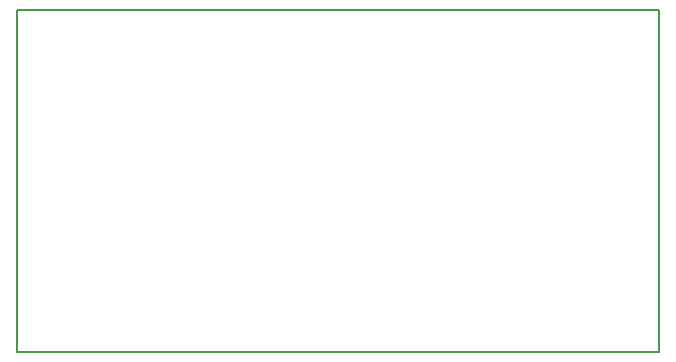
<source format=gm1>
G04 MADE WITH FRITZING*
G04 WWW.FRITZING.ORG*
G04 DOUBLE SIDED*
G04 HOLES PLATED*
G04 CONTOUR ON CENTER OF CONTOUR VECTOR*
%ASAXBY*%
%FSLAX23Y23*%
%MOIN*%
%OFA0B0*%
%SFA1.0B1.0*%
%ADD10R,2.148090X1.149610*%
%ADD11C,0.008000*%
%ADD10C,0.008*%
%LNCONTOUR*%
G90*
G70*
G54D10*
G54D11*
X4Y1146D02*
X2144Y1146D01*
X2144Y4D01*
X4Y4D01*
X4Y1146D01*
D02*
G04 End of contour*
M02*
</source>
